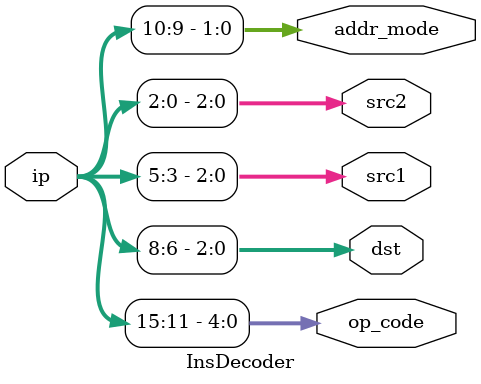
<source format=v>
`timescale 1ns / 1ps
module InsDecoder(ip,op_code,addr_mode,dst,src1,src2);
input [15:0] ip;

output [4:0] op_code;
output [2:0] dst,src1,src2;
output [1:0] addr_mode;

assign op_code = ip[15:11];
assign addr_mode = ip[10:9];
assign dst = ip[8:6];
assign src1 = ip[5:3];
assign src2 = ip[2:0];

endmodule

</source>
